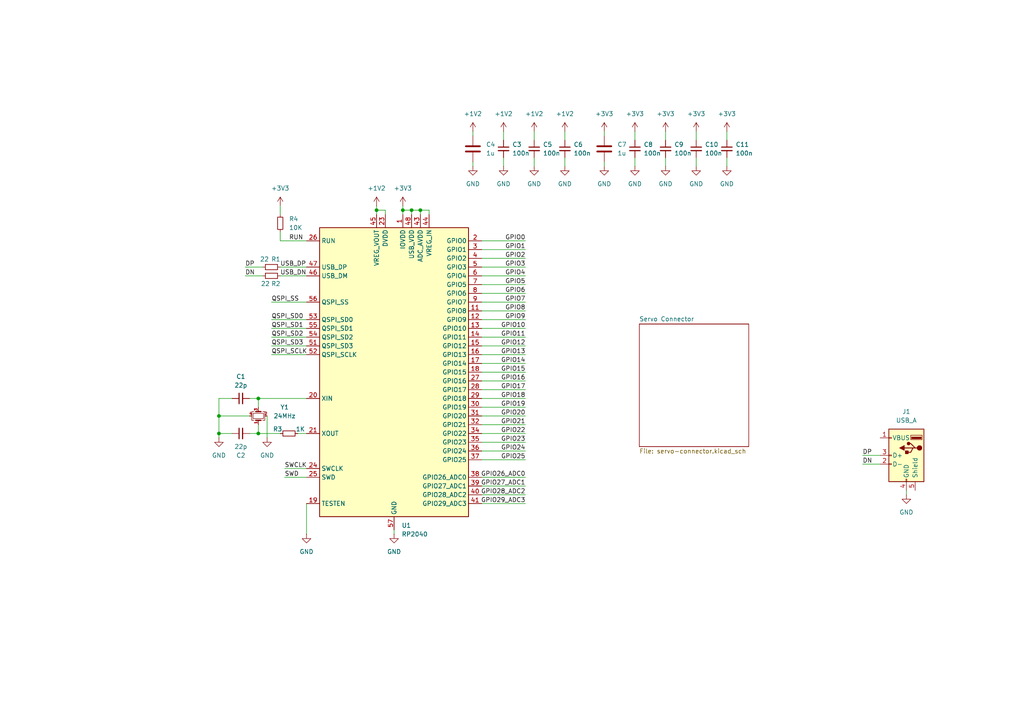
<source format=kicad_sch>
(kicad_sch (version 20231120) (generator "eeschema") (generator_version "8.0")
  (paper "A4")
  (title_block (title "PICO Servo Driver") (date "2024-04-24") (rev "Rev1.a"))
  (lib_symbols
    (symbol "Connector:USB_A" (pin_names (offset 1.016))
      (property "Reference" "J" (at -5.08 11.43 0))
      (property "Value" "USB_A" (at -5.08 8.89 0))
      (symbol "USB_A_0_1"
        (rectangle (start -5.08 -7.62) (end 5.08 7.62) (stroke (width 0.254)) (fill (type background)))
        (circle (center -3.81 2.159) (radius 0.635) (stroke (width 0.254)) (fill (type outline)))
        (rectangle (start -1.524 4.826) (end -4.318 5.334) (fill (type outline)))
        (rectangle (start -1.27 4.572) (end -4.572 5.842))
        (circle (center -0.635 3.429) (radius 0.381) (stroke (width 0.254)) (fill (type outline)))
        (rectangle (start -0.127 -7.62) (end 0.127 -6.858))
        (polyline (pts (xy -3.175 2.159) (xy -2.54 2.159) (xy -1.27 3.429) (xy -0.635 3.429)) (stroke (width 0.254)))
        (polyline (pts (xy -2.54 2.159) (xy -1.905 2.159) (xy -1.27 0.889) (xy 0 0.889)) (stroke (width 0.254)))
        (polyline (pts (xy 0.635 2.794) (xy 0.635 1.524) (xy 1.905 2.159) (xy 0.635 2.794)) (stroke (width 0.254)) (fill (type outline)))
        (rectangle (start 0.254 1.27) (end -0.508 0.508) (stroke (width 0.254)) (fill (type outline)))
        (rectangle (start 5.08 -2.667) (end 4.318 -2.413))
        (rectangle (start 5.08 -0.127) (end 4.318 0.127))
        (rectangle (start 5.08 4.953) (end 4.318 5.207))
      )
      (symbol "USB_A_1_1"
        (polyline (pts (xy -1.905 2.159) (xy 0.635 2.159)) (stroke (width 0.254)))
        (pin power_in line (at 7.62 5.08 180) (length 2.54) (name "VBUS") (number "1"))
        (pin bidirectional line (at 7.62 -2.54 180) (length 2.54) (name "D-") (number "2"))
        (pin bidirectional line (at 7.62 0 180) (length 2.54) (name "D+") (number "3"))
        (pin power_in line (at 0 -10.16 90) (length 2.54) (name "GND") (number "4"))
        (pin passive line (at -2.54 -10.16 90) (length 2.54) (name "Shield") (number "5"))
      )
    )
    (symbol "Device:C" (pin_numbers hide) (pin_names (offset 0.254))
      (property "Reference" "C" (at 0.635 2.54 0))
      (property "Value" "C" (at 0.635 -2.54 0))
      (symbol "C_0_1"
        (polyline (pts (xy -2.032 -0.762) (xy 2.032 -0.762)) (stroke (width 0.508)))
        (polyline (pts (xy -2.032 0.762) (xy 2.032 0.762)) (stroke (width 0.508)))
      )
      (symbol "C_1_1"
        (pin passive line (at 0 3.81 270) (length 2.794) (name "~") (number "1"))
        (pin passive line (at 0 -3.81 90) (length 2.794) (name "~") (number "2"))
      )
    )
    (symbol "Device:C_Small" (pin_numbers hide) (pin_names (offset 0.254) hide)
      (property "Reference" "C" (at 0.254 1.778 0))
      (property "Value" "C_Small" (at 0.254 -2.032 0))
      (symbol "C_Small_0_1"
        (polyline (pts (xy -1.524 -0.508) (xy 1.524 -0.508)) (stroke (width 0.3302)))
        (polyline (pts (xy -1.524 0.508) (xy 1.524 0.508)) (stroke (width 0.3048)))
      )
      (symbol "C_Small_1_1"
        (pin passive line (at 0 2.54 270) (length 2.032) (name "~") (number "1"))
        (pin passive line (at 0 -2.54 90) (length 2.032) (name "~") (number "2"))
      )
    )
    (symbol "Device:Crystal_GND24_Small" (pin_names (offset 1.016) hide)
      (property "Reference" "Y" (at 1.27 4.445 0))
      (property "Value" "Crystal_GND24_Small" (at 1.27 2.54 0))
      (symbol "Crystal_GND24_Small_0_1"
        (rectangle (start -0.762 -1.524) (end 0.762 1.524))
        (polyline (pts (xy -1.27 -0.762) (xy -1.27 0.762)) (stroke (width 0.381)))
        (polyline (pts (xy 1.27 -0.762) (xy 1.27 0.762)) (stroke (width 0.381)))
        (polyline (pts (xy -1.27 -1.27) (xy -1.27 -1.905) (xy 1.27 -1.905) (xy 1.27 -1.27)))
        (polyline (pts (xy -1.27 1.27) (xy -1.27 1.905) (xy 1.27 1.905) (xy 1.27 1.27)))
      )
      (symbol "Crystal_GND24_Small_1_1"
        (pin passive line (at -2.54 0 0) (length 1.27) (name "1") (number "1"))
        (pin passive line (at 0 -2.54 90) (length 0.635) (name "2") (number "2"))
        (pin passive line (at 2.54 0 180) (length 1.27) (name "3") (number "3"))
        (pin passive line (at 0 2.54 270) (length 0.635) (name "4") (number "4"))
      )
    )
    (symbol "Device:R_Small" (pin_numbers hide) (pin_names (offset 0.254) hide)
      (property "Reference" "R" (at 0.762 0.508 0))
      (property "Value" "R_Small" (at 0.762 -1.016 0))
      (symbol "R_Small_0_1"
        (rectangle (start -0.762 1.778) (end 0.762 -1.778) (stroke (width 0.2032)))
      )
      (symbol "R_Small_1_1"
        (pin passive line (at 0 2.54 270) (length 0.762) (name "~") (number "1"))
        (pin passive line (at 0 -2.54 90) (length 0.762) (name "~") (number "2"))
      )
    )
    (symbol "MCU_RaspberryPi:RP2040"
      (property "Reference" "U" (at 17.78 45.72 0))
      (property "Value" "RP2040" (at 17.78 43.18 0))
      (symbol "RP2040_0_1"
        (rectangle (start -21.59 41.91) (end 21.59 -41.91) (stroke (width 0.254)) (fill (type background)))
      )
      (symbol "RP2040_1_1"
        (pin power_in line (at 2.54 45.72 270) (length 3.81) (name "IOVDD") (number "1"))
        (pin passive line (at 2.54 45.72 270) (length 3.81) hide (name "IOVDD") (number "10"))
        (pin bidirectional line (at 25.4 17.78 180) (length 3.81) (name "GPIO8") (number "11"))
        (pin bidirectional line (at 25.4 15.24 180) (length 3.81) (name "GPIO9") (number "12"))
        (pin bidirectional line (at 25.4 12.7 180) (length 3.81) (name "GPIO10") (number "13"))
        (pin bidirectional line (at 25.4 10.16 180) (length 3.81) (name "GPIO11") (number "14"))
        (pin bidirectional line (at 25.4 7.62 180) (length 3.81) (name "GPIO12") (number "15"))
        (pin bidirectional line (at 25.4 5.08 180) (length 3.81) (name "GPIO13") (number "16"))
        (pin bidirectional line (at 25.4 2.54 180) (length 3.81) (name "GPIO14") (number "17"))
        (pin bidirectional line (at 25.4 0 180) (length 3.81) (name "GPIO15") (number "18"))
        (pin input line (at -25.4 -38.1 0) (length 3.81) (name "TESTEN") (number "19"))
        (pin bidirectional line (at 25.4 38.1 180) (length 3.81) (name "GPIO0") (number "2"))
        (pin input line (at -25.4 -7.62 0) (length 3.81) (name "XIN") (number "20"))
        (pin passive line (at -25.4 -17.78 0) (length 3.81) (name "XOUT") (number "21"))
        (pin passive line (at 2.54 45.72 270) (length 3.81) hide (name "IOVDD") (number "22"))
        (pin power_in line (at -2.54 45.72 270) (length 3.81) (name "DVDD") (number "23"))
        (pin input line (at -25.4 -27.94 0) (length 3.81) (name "SWCLK") (number "24"))
        (pin bidirectional line (at -25.4 -30.48 0) (length 3.81) (name "SWD") (number "25"))
        (pin input line (at -25.4 38.1 0) (length 3.81) (name "RUN") (number "26"))
        (pin bidirectional line (at 25.4 -2.54 180) (length 3.81) (name "GPIO16") (number "27"))
        (pin bidirectional line (at 25.4 -5.08 180) (length 3.81) (name "GPIO17") (number "28"))
        (pin bidirectional line (at 25.4 -7.62 180) (length 3.81) (name "GPIO18") (number "29"))
        (pin bidirectional line (at 25.4 35.56 180) (length 3.81) (name "GPIO1") (number "3"))
        (pin bidirectional line (at 25.4 -10.16 180) (length 3.81) (name "GPIO19") (number "30"))
        (pin bidirectional line (at 25.4 -12.7 180) (length 3.81) (name "GPIO20") (number "31"))
        (pin bidirectional line (at 25.4 -15.24 180) (length 3.81) (name "GPIO21") (number "32"))
        (pin passive line (at 2.54 45.72 270) (length 3.81) hide (name "IOVDD") (number "33"))
        (pin bidirectional line (at 25.4 -17.78 180) (length 3.81) (name "GPIO22") (number "34"))
        (pin bidirectional line (at 25.4 -20.32 180) (length 3.81) (name "GPIO23") (number "35"))
        (pin bidirectional line (at 25.4 -22.86 180) (length 3.81) (name "GPIO24") (number "36"))
        (pin bidirectional line (at 25.4 -25.4 180) (length 3.81) (name "GPIO25") (number "37"))
        (pin bidirectional line (at 25.4 -30.48 180) (length 3.81) (name "GPIO26_ADC0") (number "38"))
        (pin bidirectional line (at 25.4 -33.02 180) (length 3.81) (name "GPIO27_ADC1") (number "39"))
        (pin bidirectional line (at 25.4 33.02 180) (length 3.81) (name "GPIO2") (number "4"))
        (pin bidirectional line (at 25.4 -35.56 180) (length 3.81) (name "GPIO28_ADC2") (number "40"))
        (pin bidirectional line (at 25.4 -38.1 180) (length 3.81) (name "GPIO29_ADC3") (number "41"))
        (pin passive line (at 2.54 45.72 270) (length 3.81) hide (name "IOVDD") (number "42"))
        (pin power_in line (at 7.62 45.72 270) (length 3.81) (name "ADC_AVDD") (number "43"))
        (pin power_in line (at 10.16 45.72 270) (length 3.81) (name "VREG_IN") (number "44"))
        (pin power_out line (at -5.08 45.72 270) (length 3.81) (name "VREG_VOUT") (number "45"))
        (pin bidirectional line (at -25.4 27.94 0) (length 3.81) (name "USB_DM") (number "46"))
        (pin bidirectional line (at -25.4 30.48 0) (length 3.81) (name "USB_DP") (number "47"))
        (pin power_in line (at 5.08 45.72 270) (length 3.81) (name "USB_VDD") (number "48"))
        (pin passive line (at 2.54 45.72 270) (length 3.81) hide (name "IOVDD") (number "49"))
        (pin bidirectional line (at 25.4 30.48 180) (length 3.81) (name "GPIO3") (number "5"))
        (pin passive line (at -2.54 45.72 270) (length 3.81) hide (name "DVDD") (number "50"))
        (pin bidirectional line (at -25.4 7.62 0) (length 3.81) (name "QSPI_SD3") (number "51"))
        (pin output line (at -25.4 5.08 0) (length 3.81) (name "QSPI_SCLK") (number "52"))
        (pin bidirectional line (at -25.4 15.24 0) (length 3.81) (name "QSPI_SD0") (number "53"))
        (pin bidirectional line (at -25.4 10.16 0) (length 3.81) (name "QSPI_SD2") (number "54"))
        (pin bidirectional line (at -25.4 12.7 0) (length 3.81) (name "QSPI_SD1") (number "55"))
        (pin bidirectional line (at -25.4 20.32 0) (length 3.81) (name "QSPI_SS") (number "56"))
        (pin power_in line (at 0 -45.72 90) (length 3.81) (name "GND") (number "57"))
        (pin bidirectional line (at 25.4 27.94 180) (length 3.81) (name "GPIO4") (number "6"))
        (pin bidirectional line (at 25.4 25.4 180) (length 3.81) (name "GPIO5") (number "7"))
        (pin bidirectional line (at 25.4 22.86 180) (length 3.81) (name "GPIO6") (number "8"))
        (pin bidirectional line (at 25.4 20.32 180) (length 3.81) (name "GPIO7") (number "9"))
      )
    )
    (symbol "power:+1V2" (power) (pin_numbers hide) (pin_names (offset 0) hide)
      (property "Value" "+1V2" (at 0 3.556 0))
      (symbol "+1V2_0_1"
        (polyline (pts (xy -0.762 1.27) (xy 0 2.54)))
        (polyline (pts (xy 0 0) (xy 0 2.54)))
        (polyline (pts (xy 0 2.54) (xy 0.762 1.27)))
      )
      (symbol "+1V2_1_1"
        (pin power_in line (at 0 0 90) (length 0) (name "~") (number "1"))
      )
    )
    (symbol "power:+3V3" (power) (pin_numbers hide) (pin_names (offset 0) hide)
      (property "Value" "+3V3" (at 0 3.556 0))
      (symbol "+3V3_0_1"
        (polyline (pts (xy -0.762 1.27) (xy 0 2.54)))
        (polyline (pts (xy 0 0) (xy 0 2.54)))
        (polyline (pts (xy 0 2.54) (xy 0.762 1.27)))
      )
      (symbol "+3V3_1_1"
        (pin power_in line (at 0 0 90) (length 0) (name "~") (number "1"))
      )
    )
    (symbol "power:GND" (power) (pin_numbers hide) (pin_names (offset 0) hide)
      (property "Value" "GND" (at 0 -3.81 0))
      (symbol "GND_0_1"
        (polyline (pts (xy 0 0) (xy 0 -1.27) (xy 1.27 -1.27) (xy 0 -2.54) (xy -1.27 -1.27) (xy 0 -1.27)))
      )
      (symbol "GND_1_1"
        (pin power_in line (at 0 0 270) (length 0) (name "~") (number "1"))
      )
    )
  )
  (junction (at 121.92 60.96))
  (junction (at 119.38 60.96))
  (junction (at 63.5 125.73))
  (junction (at 74.93 115.57))
  (junction (at 116.84 60.96))
  (junction (at 109.22 60.96))
  (junction (at 63.5 120.65))
  (junction (at 74.93 125.73))
  (wire (pts (xy 152.4 140.97) (xy 139.7 140.97)))
  (wire (pts (xy 152.4 130.81) (xy 139.7 130.81)))
  (wire (pts (xy 63.5 125.73) (xy 63.5 127)))
  (wire (pts (xy 152.4 90.17) (xy 139.7 90.17)))
  (wire (pts (xy 152.4 85.09) (xy 139.7 85.09)))
  (wire (pts (xy 72.39 115.57) (xy 74.93 115.57)))
  (wire (pts (xy 152.4 97.79) (xy 139.7 97.79)))
  (wire (pts (xy 262.89 143.51) (xy 262.89 142.24)))
  (wire (pts (xy 250.19 132.08) (xy 255.27 132.08)))
  (wire (pts (xy 152.4 128.27) (xy 139.7 128.27)))
  (wire (pts (xy 86.36 125.73) (xy 88.9 125.73)))
  (wire (pts (xy 124.46 60.96) (xy 124.46 62.23)))
  (wire (pts (xy 63.5 120.65) (xy 72.39 120.65)))
  (wire (pts (xy 152.4 95.25) (xy 139.7 95.25)))
  (wire (pts (xy 78.74 102.87) (xy 88.9 102.87)))
  (wire (pts (xy 152.4 123.19) (xy 139.7 123.19)))
  (wire (pts (xy 111.76 62.23) (xy 111.76 60.96)))
  (wire (pts (xy 201.93 48.26) (xy 201.93 45.72)))
  (wire (pts (xy 152.4 77.47) (xy 139.7 77.47)))
  (wire (pts (xy 152.4 74.93) (xy 139.7 74.93)))
  (wire (pts (xy 146.05 48.26) (xy 146.05 45.72)))
  (wire (pts (xy 210.82 38.1) (xy 210.82 40.64)))
  (wire (pts (xy 74.93 115.57) (xy 88.9 115.57)))
  (wire (pts (xy 82.55 135.89) (xy 88.9 135.89)))
  (wire (pts (xy 152.4 110.49) (xy 139.7 110.49)))
  (wire (pts (xy 81.28 77.47) (xy 88.9 77.47)))
  (wire (pts (xy 152.4 72.39) (xy 139.7 72.39)))
  (wire (pts (xy 152.4 92.71) (xy 139.7 92.71)))
  (wire (pts (xy 116.84 60.96) (xy 116.84 62.23)))
  (wire (pts (xy 152.4 105.41) (xy 139.7 105.41)))
  (wire (pts (xy 74.93 125.73) (xy 81.28 125.73)))
  (wire (pts (xy 152.4 115.57) (xy 139.7 115.57)))
  (wire (pts (xy 152.4 102.87) (xy 139.7 102.87)))
  (wire (pts (xy 201.93 38.1) (xy 201.93 40.64)))
  (wire (pts (xy 109.22 60.96) (xy 109.22 62.23)))
  (wire (pts (xy 152.4 80.01) (xy 139.7 80.01)))
  (wire (pts (xy 119.38 60.96) (xy 119.38 62.23)))
  (wire (pts (xy 78.74 100.33) (xy 88.9 100.33)))
  (wire (pts (xy 152.4 82.55) (xy 139.7 82.55)))
  (wire (pts (xy 152.4 125.73) (xy 139.7 125.73)))
  (wire (pts (xy 119.38 60.96) (xy 121.92 60.96)))
  (wire (pts (xy 81.28 67.31) (xy 81.28 69.85)))
  (wire (pts (xy 152.4 143.51) (xy 139.7 143.51)))
  (wire (pts (xy 146.05 38.1) (xy 146.05 40.64)))
  (wire (pts (xy 78.74 87.63) (xy 88.9 87.63)))
  (wire (pts (xy 163.83 38.1) (xy 163.83 40.64)))
  (wire (pts (xy 82.55 138.43) (xy 88.9 138.43)))
  (wire (pts (xy 163.83 48.26) (xy 163.83 45.72)))
  (wire (pts (xy 154.94 48.26) (xy 154.94 45.72)))
  (wire (pts (xy 152.4 133.35) (xy 139.7 133.35)))
  (wire (pts (xy 121.92 60.96) (xy 124.46 60.96)))
  (wire (pts (xy 152.4 87.63) (xy 139.7 87.63)))
  (wire (pts (xy 137.16 48.26) (xy 137.16 46.99)))
  (wire (pts (xy 154.94 38.1) (xy 154.94 40.64)))
  (wire (pts (xy 210.82 48.26) (xy 210.82 45.72)))
  (wire (pts (xy 175.26 38.1) (xy 175.26 39.37)))
  (wire (pts (xy 116.84 60.96) (xy 119.38 60.96)))
  (wire (pts (xy 121.92 60.96) (xy 121.92 62.23)))
  (wire (pts (xy 152.4 107.95) (xy 139.7 107.95)))
  (wire (pts (xy 77.47 120.65) (xy 77.47 127)))
  (wire (pts (xy 152.4 138.43) (xy 139.7 138.43)))
  (wire (pts (xy 250.19 134.62) (xy 255.27 134.62)))
  (wire (pts (xy 152.4 118.11) (xy 139.7 118.11)))
  (wire (pts (xy 111.76 60.96) (xy 109.22 60.96)))
  (wire (pts (xy 152.4 69.85) (xy 139.7 69.85)))
  (wire (pts (xy 184.15 38.1) (xy 184.15 40.64)))
  (wire (pts (xy 67.31 115.57) (xy 63.5 115.57)))
  (wire (pts (xy 63.5 120.65) (xy 63.5 125.73)))
  (wire (pts (xy 152.4 100.33) (xy 139.7 100.33)))
  (wire (pts (xy 152.4 113.03) (xy 139.7 113.03)))
  (wire (pts (xy 114.3 154.94) (xy 114.3 153.67)))
  (wire (pts (xy 78.74 95.25) (xy 88.9 95.25)))
  (wire (pts (xy 81.28 59.69) (xy 81.28 62.23)))
  (wire (pts (xy 175.26 48.26) (xy 175.26 46.99)))
  (wire (pts (xy 78.74 97.79) (xy 88.9 97.79)))
  (wire (pts (xy 152.4 120.65) (xy 139.7 120.65)))
  (wire (pts (xy 71.12 77.47) (xy 76.2 77.47)))
  (wire (pts (xy 72.39 125.73) (xy 74.93 125.73)))
  (wire (pts (xy 109.22 59.69) (xy 109.22 60.96)))
  (wire (pts (xy 78.74 92.71) (xy 88.9 92.71)))
  (wire (pts (xy 71.12 80.01) (xy 76.2 80.01)))
  (wire (pts (xy 63.5 125.73) (xy 67.31 125.73)))
  (wire (pts (xy 152.4 146.05) (xy 139.7 146.05)))
  (wire (pts (xy 184.15 48.26) (xy 184.15 45.72)))
  (wire (pts (xy 116.84 59.69) (xy 116.84 60.96)))
  (wire (pts (xy 137.16 38.1) (xy 137.16 39.37)))
  (wire (pts (xy 63.5 115.57) (xy 63.5 120.65)))
  (wire (pts (xy 74.93 123.19) (xy 74.93 125.73)))
  (wire (pts (xy 88.9 146.05) (xy 88.9 154.94)))
  (wire (pts (xy 193.04 38.1) (xy 193.04 40.64)))
  (wire (pts (xy 74.93 118.11) (xy 74.93 115.57)))
  (wire (pts (xy 193.04 48.26) (xy 193.04 45.72)))
  (wire (pts (xy 81.28 69.85) (xy 88.9 69.85)))
  (wire (pts (xy 81.28 80.01) (xy 88.9 80.01)))
  (label "GPIO13" (at 152.4 102.87 180))
  (label "GPIO16" (at 152.4 110.49 180))
  (label "GPIO18" (at 152.4 115.57 180))
  (label "GPIO2" (at 152.4 74.93 180))
  (label "DP" (at 71.12 77.47 0))
  (label "GPIO11" (at 152.4 97.79 180))
  (label "GPIO0" (at 152.4 69.85 180))
  (label "USB_DP" (at 81.28 77.47 0))
  (label "GPIO25" (at 152.4 133.35 180))
  (label "SWD" (at 82.55 138.43 0))
  (label "SWCLK" (at 82.55 135.89 0))
  (label "USB_DN" (at 81.28 80.01 0))
  (label "GPIO21" (at 152.4 123.19 180))
  (label "GPIO28_ADC2" (at 152.4 143.51 180))
  (label "GPIO4" (at 152.4 80.01 180))
  (label "QSPI_SS" (at 78.74 87.63 0))
  (label "QSPI_SD0" (at 78.74 92.71 0))
  (label "GPIO3" (at 152.4 77.47 180))
  (label "GPIO26_ADC0" (at 152.4 138.43 180))
  (label "GPIO8" (at 152.4 90.17 180))
  (label "GPIO10" (at 152.4 95.25 180))
  (label "GPIO24" (at 152.4 130.81 180))
  (label "DN" (at 250.19 134.62 0))
  (label "GPIO20" (at 152.4 120.65 180))
  (label "GPIO1" (at 152.4 72.39 180))
  (label "QSPI_SCLK" (at 78.74 102.87 0))
  (label "GPIO5" (at 152.4 82.55 180))
  (label "GPIO22" (at 152.4 125.73 180))
  (label "GPIO23" (at 152.4 128.27 180))
  (label "DN" (at 71.12 80.01 0))
  (label "GPIO15" (at 152.4 107.95 180))
  (label "RUN" (at 83.82 69.85 0))
  (label "QSPI_SD3" (at 78.74 100.33 0))
  (label "GPIO12" (at 152.4 100.33 180))
  (label "DP" (at 250.19 132.08 0))
  (label "GPIO27_ADC1" (at 152.4 140.97 180))
  (label "GPIO7" (at 152.4 87.63 180))
  (label "GPIO19" (at 152.4 118.11 180))
  (label "GPIO9" (at 152.4 92.71 180))
  (label "GPIO29_ADC3" (at 152.4 146.05 180))
  (label "GPIO6" (at 152.4 85.09 180))
  (label "QSPI_SD2" (at 78.74 97.79 0))
  (label "QSPI_SD1" (at 78.74 95.25 0))
  (label "GPIO14" (at 152.4 105.41 180))
  (label "GPIO17" (at 152.4 113.03 180))
  (symbol (lib_id "power:GND") (at 175.26 48.26 0) (unit 1)
    (property "Reference" "#PWR017" (effects (hide yes)))
    (property "Value" "GND" (at 175.26 53.34 0))
    (property "Description" "Power symbol creates a global label with name \"GND\" , ground" (effects (hide yes)))
  )
  (symbol (lib_id "Device:R_Small") (at 78.74 80.01 90) (mirror x) (unit 1)
    (property "Reference" "R2" (at 80.01 82.296 90))
    (property "Value" "22" (at 76.962 82.296 90))
    (property "Description" "Resistor, small symbol" (effects (hide yes)))
  )
  (symbol (lib_id "power:+1V2") (at 154.94 38.1 0) (unit 1)
    (property "Reference" "#PWR012" (effects (hide yes)))
    (property "Value" "+1V2" (at 154.94 33.02 0))
    (property "Description" "Power symbol creates a global label with name \"+1V2\"" (effects (hide yes)))
  )
  (symbol (lib_id "power:+3V3") (at 210.82 38.1 0) (unit 1)
    (property "Reference" "#PWR024" (effects (hide yes)))
    (property "Value" "+3V3" (at 210.82 33.02 0))
    (property "Description" "Power symbol creates a global label with name \"+3V3\"" (effects (hide yes)))
  )
  (symbol (lib_id "Device:C_Small") (at 69.85 125.73 90) (mirror x) (unit 1)
    (property "Reference" "C2" (at 69.8563 132.08 90))
    (property "Value" "22p" (at 69.8563 129.54 90))
    (property "Description" "Unpolarized capacitor, small symbol" (effects (hide yes)))
  )
  (symbol (lib_id "Device:C") (at 137.16 43.18 0) (unit 1)
    (property "Reference" "C4" (at 140.97 41.9099 0) (effects (justify left)))
    (property "Value" "1u" (at 140.97 44.4499 0) (effects (justify left)))
    (property "Description" "Unpolarized capacitor" (effects (hide yes)))
  )
  (symbol (lib_id "Device:C_Small") (at 163.83 43.18 0) (unit 1)
    (property "Reference" "C6" (at 166.37 41.9162 0) (effects (justify left)))
    (property "Value" "100n" (at 166.37 44.4562 0) (effects (justify left)))
    (property "Description" "Unpolarized capacitor, small symbol" (effects (hide yes)))
  )
  (symbol (lib_id "power:GND") (at 77.47 127 0) (unit 1)
    (property "Reference" "#PWR04" (effects (hide yes)))
    (property "Value" "GND" (at 77.47 132.08 0))
    (property "Description" "Power symbol creates a global label with name \"GND\" , ground" (effects (hide yes)))
  )
  (symbol (lib_id "Device:C_Small") (at 154.94 43.18 0) (unit 1)
    (property "Reference" "C5" (at 157.48 41.9162 0) (effects (justify left)))
    (property "Value" "100n" (at 157.48 44.4562 0) (effects (justify left)))
    (property "Description" "Unpolarized capacitor, small symbol" (effects (hide yes)))
  )
  (symbol (lib_id "power:+1V2") (at 146.05 38.1 0) (unit 1)
    (property "Reference" "#PWR010" (effects (hide yes)))
    (property "Value" "+1V2" (at 146.05 33.02 0))
    (property "Description" "Power symbol creates a global label with name \"+1V2\"" (effects (hide yes)))
  )
  (symbol (lib_id "power:+3V3") (at 193.04 38.1 0) (unit 1)
    (property "Reference" "#PWR018" (effects (hide yes)))
    (property "Value" "+3V3" (at 193.04 33.02 0))
    (property "Description" "Power symbol creates a global label with name \"+3V3\"" (effects (hide yes)))
  )
  (symbol (lib_id "power:GND") (at 137.16 48.26 0) (unit 1)
    (property "Reference" "#PWR09" (effects (hide yes)))
    (property "Value" "GND" (at 137.16 53.34 0))
    (property "Description" "Power symbol creates a global label with name \"GND\" , ground" (effects (hide yes)))
  )
  (symbol (lib_id "power:+3V3") (at 116.84 59.69 0) (unit 1)
    (property "Reference" "#PWR02" (effects (hide yes)))
    (property "Value" "+3V3" (at 116.84 54.61 0))
    (property "Description" "Power symbol creates a global label with name \"+3V3\"" (effects (hide yes)))
  )
  (symbol (lib_id "power:GND") (at 262.89 143.51 0) (unit 1)
    (property "Reference" "#PWR026" (effects (hide yes)))
    (property "Value" "GND" (at 262.89 148.59 0))
    (property "Description" "Power symbol creates a global label with name \"GND\" , ground" (effects (hide yes)))
  )
  (symbol (lib_id "Device:C_Small") (at 193.04 43.18 0) (unit 1)
    (property "Reference" "C9" (at 195.58 41.9162 0) (effects (justify left)))
    (property "Value" "100n" (at 195.58 44.4562 0) (effects (justify left)))
    (property "Description" "Unpolarized capacitor, small symbol" (effects (hide yes)))
  )
  (symbol (lib_id "Device:C_Small") (at 184.15 43.18 0) (unit 1)
    (property "Reference" "C8" (at 186.69 41.9162 0) (effects (justify left)))
    (property "Value" "100n" (at 186.69 44.4562 0) (effects (justify left)))
    (property "Description" "Unpolarized capacitor, small symbol" (effects (hide yes)))
  )
  (symbol (lib_id "power:+3V3") (at 201.93 38.1 0) (unit 1)
    (property "Reference" "#PWR022" (effects (hide yes)))
    (property "Value" "+3V3" (at 201.93 33.02 0))
    (property "Description" "Power symbol creates a global label with name \"+3V3\"" (effects (hide yes)))
  )
  (symbol (lib_id "power:GND") (at 146.05 48.26 0) (unit 1)
    (property "Reference" "#PWR011" (effects (hide yes)))
    (property "Value" "GND" (at 146.05 53.34 0))
    (property "Description" "Power symbol creates a global label with name \"GND\" , ground" (effects (hide yes)))
  )
  (symbol (lib_id "power:+1V2") (at 163.83 38.1 0) (unit 1)
    (property "Reference" "#PWR014" (effects (hide yes)))
    (property "Value" "+1V2" (at 163.83 33.02 0))
    (property "Description" "Power symbol creates a global label with name \"+1V2\"" (effects (hide yes)))
  )
  (symbol (lib_id "Device:R_Small") (at 83.82 125.73 90) (unit 1)
    (property "Reference" "R3" (at 80.518 124.46 90))
    (property "Value" "1K" (at 87.122 124.46 90))
    (property "Description" "Resistor, small symbol" (effects (hide yes)))
  )
  (symbol (lib_id "power:GND") (at 114.3 154.94 0) (unit 1)
    (property "Reference" "#PWR01" (effects (hide yes)))
    (property "Value" "GND" (at 114.3 160.02 0))
    (property "Description" "Power symbol creates a global label with name \"GND\" , ground" (effects (hide yes)))
  )
  (symbol (lib_id "power:GND") (at 201.93 48.26 0) (unit 1)
    (property "Reference" "#PWR023" (effects (hide yes)))
    (property "Value" "GND" (at 201.93 53.34 0))
    (property "Description" "Power symbol creates a global label with name \"GND\" , ground" (effects (hide yes)))
  )
  (symbol (lib_id "power:GND") (at 63.5 127 0) (unit 1)
    (property "Reference" "#PWR03" (effects (hide yes)))
    (property "Value" "GND" (at 63.5 132.08 0))
    (property "Description" "Power symbol creates a global label with name \"GND\" , ground" (effects (hide yes)))
  )
  (symbol (lib_id "Device:C") (at 175.26 43.18 0) (unit 1)
    (property "Reference" "C7" (at 179.07 41.9099 0) (effects (justify left)))
    (property "Value" "1u" (at 179.07 44.4499 0) (effects (justify left)))
    (property "Description" "Unpolarized capacitor" (effects (hide yes)))
  )
  (symbol (lib_id "Device:C_Small") (at 69.85 115.57 90) (unit 1)
    (property "Reference" "C1" (at 69.8563 109.22 90))
    (property "Value" "22p" (at 69.8563 111.76 90))
    (property "Description" "Unpolarized capacitor, small symbol" (effects (hide yes)))
  )
  (symbol (lib_id "Device:C_Small") (at 201.93 43.18 0) (unit 1)
    (property "Reference" "C10" (at 204.47 41.9162 0) (effects (justify left)))
    (property "Value" "100n" (at 204.47 44.4562 0) (effects (justify left)))
    (property "Description" "Unpolarized capacitor, small symbol" (effects (hide yes)))
  )
  (symbol (lib_id "power:GND") (at 184.15 48.26 0) (unit 1)
    (property "Reference" "#PWR019" (effects (hide yes)))
    (property "Value" "GND" (at 184.15 53.34 0))
    (property "Description" "Power symbol creates a global label with name \"GND\" , ground" (effects (hide yes)))
  )
  (symbol (lib_id "power:GND") (at 163.83 48.26 0) (unit 1)
    (property "Reference" "#PWR015" (effects (hide yes)))
    (property "Value" "GND" (at 163.83 53.34 0))
    (property "Description" "Power symbol creates a global label with name \"GND\" , ground" (effects (hide yes)))
  )
  (symbol (lib_id "power:+1V2") (at 137.16 38.1 0) (unit 1)
    (property "Reference" "#PWR08" (effects (hide yes)))
    (property "Value" "+1V2" (at 137.16 33.02 0))
    (property "Description" "Power symbol creates a global label with name \"+1V2\"" (effects (hide yes)))
  )
  (symbol (lib_id "Device:C_Small") (at 146.05 43.18 0) (unit 1)
    (property "Reference" "C3" (at 148.59 41.9162 0) (effects (justify left)))
    (property "Value" "100n" (at 148.59 44.4562 0) (effects (justify left)))
    (property "Description" "Unpolarized capacitor, small symbol" (effects (hide yes)))
  )
  (symbol (lib_id "Device:R_Small") (at 81.28 64.77 0) (unit 1)
    (property "Reference" "R4" (at 83.82 63.4999 0) (effects (justify left)))
    (property "Value" "10K" (at 83.82 66.0399 0) (effects (justify left)))
    (property "Description" "Resistor, small symbol" (effects (hide yes)))
  )
  (symbol (lib_id "power:+3V3") (at 184.15 38.1 0) (unit 1)
    (property "Reference" "#PWR016" (effects (hide yes)))
    (property "Value" "+3V3" (at 184.15 33.02 0))
    (property "Description" "Power symbol creates a global label with name \"+3V3\"" (effects (hide yes)))
  )
  (symbol (lib_id "Device:Crystal_GND24_Small") (at 74.93 120.65 90) (unit 1)
    (property "Reference" "Y1" (at 82.55 118.11 90))
    (property "Value" "24MHz" (at 82.55 120.65 90))
    (property "Description" "Four pin crystal, GND on pins 2 and 4, small symbol" (effects (hide yes)))
  )
  (symbol (lib_id "Connector:USB_A") (at 262.89 132.08 0) (mirror y) (unit 1)
    (property "Reference" "J1" (at 262.89 119.38 0))
    (property "Value" "USB_A" (at 262.89 121.92 0))
    (property "Datasheet" " ~" (effects (hide yes)))
    (property "Description" "USB Type A connector" (effects (hide yes)))
  )
  (symbol (lib_id "power:GND") (at 193.04 48.26 0) (unit 1)
    (property "Reference" "#PWR021" (effects (hide yes)))
    (property "Value" "GND" (at 193.04 53.34 0))
    (property "Description" "Power symbol creates a global label with name \"GND\" , ground" (effects (hide yes)))
  )
  (symbol (lib_id "Device:C_Small") (at 210.82 43.18 0) (unit 1)
    (property "Reference" "C11" (at 213.36 41.9162 0) (effects (justify left)))
    (property "Value" "100n" (at 213.36 44.4562 0) (effects (justify left)))
    (property "Description" "Unpolarized capacitor, small symbol" (effects (hide yes)))
  )
  (symbol (lib_id "Device:R_Small") (at 78.74 77.47 90) (unit 1)
    (property "Reference" "R1" (at 80.01 75.184 90))
    (property "Value" "22" (at 76.708 75.184 90))
    (property "Description" "Resistor, small symbol" (effects (hide yes)))
  )
  (symbol (lib_id "MCU_RaspberryPi:RP2040") (at 114.3 107.95 0) (unit 1)
    (property "Reference" "U1" (at 116.4941 152.4 0) (effects (justify left)))
    (property "Value" "RP2040" (at 116.4941 154.94 0) (effects (justify left)))
    (property "Footprint" "Package_DFN_QFN:QFN-56-1EP_7x7mm_P0.4mm_EP3.2x3.2mm" (effects (hide yes)))
    (property "Datasheet" "https://datasheets.raspberrypi.com/rp2040/rp2040-datasheet.pdf" (effects (hide yes)))
    (property "Description" "A microcontroller by Raspberry Pi" (effects (hide yes)))
  )
  (symbol (lib_id "power:+3V3") (at 81.28 59.69 0) (unit 1)
    (property "Reference" "#PWR07" (effects (hide yes)))
    (property "Value" "+3V3" (at 81.28 54.61 0))
    (property "Description" "Power symbol creates a global label with name \"+3V3\"" (effects (hide yes)))
  )
  (symbol (lib_id "power:+3V3") (at 175.26 38.1 0) (unit 1)
    (property "Reference" "#PWR020" (effects (hide yes)))
    (property "Value" "+3V3" (at 175.26 33.02 0))
    (property "Description" "Power symbol creates a global label with name \"+3V3\"" (effects (hide yes)))
  )
  (symbol (lib_id "power:GND") (at 154.94 48.26 0) (unit 1)
    (property "Reference" "#PWR013" (effects (hide yes)))
    (property "Value" "GND" (at 154.94 53.34 0))
    (property "Description" "Power symbol creates a global label with name \"GND\" , ground" (effects (hide yes)))
  )
  (symbol (lib_id "power:+1V2") (at 109.22 59.69 0) (unit 1)
    (property "Reference" "#PWR06" (effects (hide yes)))
    (property "Value" "+1V2" (at 109.22 54.61 0))
    (property "Description" "Power symbol creates a global label with name \"+1V2\"" (effects (hide yes)))
  )
  (symbol (lib_id "power:GND") (at 210.82 48.26 0) (unit 1)
    (property "Reference" "#PWR025" (effects (hide yes)))
    (property "Value" "GND" (at 210.82 53.34 0))
    (property "Description" "Power symbol creates a global label with name \"GND\" , ground" (effects (hide yes)))
  )
  (symbol (lib_id "power:GND") (at 88.9 154.94 0) (unit 1)
    (property "Reference" "#PWR05" (effects (hide yes)))
    (property "Value" "GND" (at 88.9 160.02 0))
    (property "Description" "Power symbol creates a global label with name \"GND\" , ground" (effects (hide yes)))
  )
  (sheet (at 185.42 93.98) (size 31.75 35.56) (stroke (width 0.1524))
    (property "Sheetname" "Servo Connector" (at 185.42 93.2684 0) (effects (justify left bottom)))
    (property "Sheetfile" "servo-connector.kicad_sch" (at 185.42 130.1246 0) (effects (justify left top)))
  )
)
</source>
